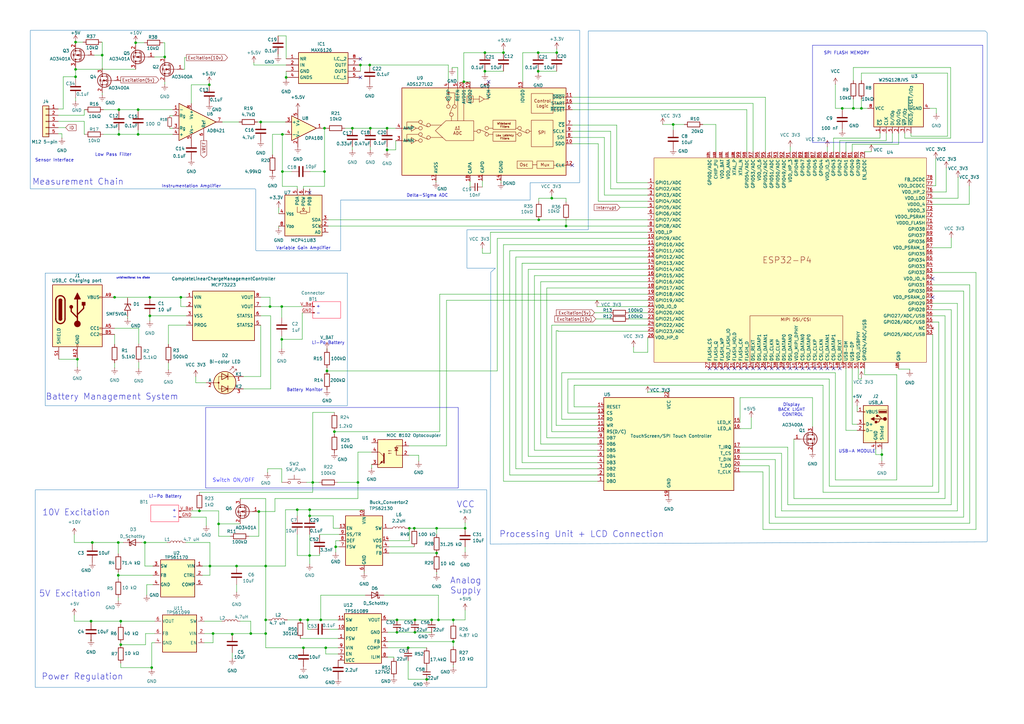
<source format=kicad_sch>
(kicad_sch
	(version 20250114)
	(generator "eeschema")
	(generator_version "9.0")
	(uuid "e09d161e-639f-4600-8aa9-665b6b461114")
	(paper "A3")
	(title_block
		(title "Mobile Force Verification Unit")
		(date "2025-11-29")
		(rev "0.6")
		(company "Innovatest")
		(comment 1 "Group 02")
	)
	
	(rectangle
		(start 14.478 200.914)
		(end 199.644 281.94)
		(stroke
			(width 0)
			(type solid)
			(color 33 122 182 1)
		)
		(fill
			(type none)
		)
		(uuid 273fe304-1525-4475-bd0c-9cb1051fc594)
	)
	(rectangle
		(start 18.542 112.014)
		(end 142.494 166.37)
		(stroke
			(width 0)
			(type solid)
			(color 33 122 182 1)
		)
		(fill
			(type none)
		)
		(uuid 86414abd-9359-41c7-87d4-c465f5d823c5)
	)
	(rectangle
		(start 84.328 167.132)
		(end 187.96 200.152)
		(stroke
			(width 0)
			(type default)
		)
		(fill
			(type none)
		)
		(uuid 9749a250-9cdc-4748-8374-8ab4f9e70617)
	)
	(rectangle
		(start 333.248 18.542)
		(end 403.098 58.42)
		(stroke
			(width 0)
			(type default)
		)
		(fill
			(type none)
		)
		(uuid 9ffe0406-eb07-483b-ac19-f5545570163f)
	)
	(text "5V Excitation\n"
		(exclude_from_sim no)
		(at 28.702 243.586 0)
		(effects
			(font
				(size 2.54 2.54)
			)
		)
		(uuid "036bb8b3-3bc7-407d-978a-9822f27e085b")
	)
	(text "10V Excitation"
		(exclude_from_sim no)
		(at 31.242 210.312 0)
		(effects
			(font
				(size 2.54 2.54)
			)
		)
		(uuid "0ac713aa-ca7b-40ee-b464-37114ae384e9")
	)
	(text "-"
		(exclude_from_sim no)
		(at 130.556 128.524 0)
		(effects
			(font
				(size 1.27 1.27)
			)
		)
		(uuid "15d383b2-40e2-43a6-91e9-602992a48048")
	)
	(text "Power Regulation"
		(exclude_from_sim no)
		(at 33.782 277.622 0)
		(effects
			(font
				(size 2.54 2.54)
			)
		)
		(uuid "1d221ea3-62cf-4601-a612-4c1e27e9fd93")
	)
	(text "Delta-Sigma ADC"
		(exclude_from_sim no)
		(at 175.26 80.264 0)
		(effects
			(font
				(size 1.27 1.27)
			)
		)
		(uuid "27ac1ba2-e464-4279-97c7-19c0a243ae72")
	)
	(text "-"
		(exclude_from_sim no)
		(at 71.628 212.09 0)
		(effects
			(font
				(size 1.27 1.27)
			)
		)
		(uuid "28574cb5-8ac2-4e39-9f34-e21c2a6f7c04")
	)
	(text "Battery Monitor"
		(exclude_from_sim no)
		(at 124.968 160.02 0)
		(effects
			(font
				(size 1.27 1.27)
			)
		)
		(uuid "30105369-ca63-4003-bccb-715b1aac7eec")
	)
	(text "Processing Unit + LCD Connection \n"
		(exclude_from_sim no)
		(at 239.522 219.202 0)
		(effects
			(font
				(size 2.54 2.54)
			)
		)
		(uuid "4ccc6668-d391-4266-a930-4c5a4fe9b4ff")
	)
	(text "SPI FLASH MEMORY\n"
		(exclude_from_sim no)
		(at 347.218 21.844 0)
		(effects
			(font
				(size 1.27 1.27)
			)
		)
		(uuid "4ffb1962-32e3-4052-8293-85f5027260b8")
	)
	(text "Analog\nSupply\n"
		(exclude_from_sim no)
		(at 191.008 240.284 0)
		(effects
			(font
				(size 2.54 2.54)
			)
		)
		(uuid "58a7c4d0-6fc2-41e9-8d37-57e26ce95581")
	)
	(text "Battery Management System"
		(exclude_from_sim no)
		(at 45.974 162.814 0)
		(effects
			(font
				(size 2.54 2.54)
			)
		)
		(uuid "59d4f498-18d3-48c8-b2ca-dc1cdd7bf438")
	)
	(text "Sensor Interface"
		(exclude_from_sim no)
		(at 22.352 65.786 0)
		(effects
			(font
				(size 1.27 1.27)
			)
		)
		(uuid "5b7040cf-eab4-4c00-bcb7-9c2f10b90e17")
	)
	(text "VCC\n"
		(exclude_from_sim no)
		(at 191.008 207.01 0)
		(effects
			(font
				(size 2.54 2.54)
			)
		)
		(uuid "6922bcb8-d56e-4b76-90f4-465ae2335f18")
	)
	(text "Variable Gain Amplifier\n"
		(exclude_from_sim no)
		(at 124.46 101.854 0)
		(effects
			(font
				(size 1.27 1.27)
			)
		)
		(uuid "79c0ed30-86be-46be-866a-5deabb630834")
	)
	(text "+"
		(exclude_from_sim no)
		(at 71.501 209.423 0)
		(effects
			(font
				(size 1.27 1.27)
			)
		)
		(uuid "7bd26f9c-560d-4835-83f1-59c354726e47")
	)
	(text "USB-A MODULE\n"
		(exclude_from_sim no)
		(at 351.536 185.166 0)
		(effects
			(font
				(size 1.27 1.27)
			)
		)
		(uuid "812693a7-2a88-4b0b-8e88-267e9ee43fbc")
	)
	(text "Instrumentation Amplifier"
		(exclude_from_sim no)
		(at 78.486 76.454 0)
		(effects
			(font
				(size 1.27 1.27)
			)
		)
		(uuid "85dcbeb5-3e48-419f-b2e3-93a4fead783d")
	)
	(text "+"
		(exclude_from_sim no)
		(at 130.556 125.73 0)
		(effects
			(font
				(size 1.27 1.27)
			)
		)
		(uuid "86b00727-8095-487a-9e68-71bdb6ea5689")
	)
	(text "unidirectional tvs diode"
		(exclude_from_sim no)
		(at 54.61 114.046 0)
		(effects
			(font
				(size 0.762 0.762)
			)
		)
		(uuid "88e1cf17-eb37-4a08-a965-322b5efa54e5")
	)
	(text "Low Pass Filter\n"
		(exclude_from_sim no)
		(at 46.482 63.5 0)
		(effects
			(font
				(size 1.27 1.27)
			)
		)
		(uuid "8d8134fa-a3c0-45d8-a9e6-8d3639088cad")
	)
	(text "Display \nBACK LIGHT \nCONTROL\n"
		(exclude_from_sim no)
		(at 325.12 168.148 0)
		(effects
			(font
				(size 1.27 1.27)
			)
		)
		(uuid "abb395c6-eb94-4b75-a055-b2a26438cc47")
	)
	(text "Li-Po Battery\n"
		(exclude_from_sim no)
		(at 67.818 203.708 0)
		(effects
			(font
				(size 1.27 1.27)
			)
		)
		(uuid "af52484d-38a7-4848-bdb9-e79c6c102318")
	)
	(text "Li-Po Battery\n"
		(exclude_from_sim no)
		(at 134.62 140.716 0)
		(effects
			(font
				(size 1.27 1.27)
			)
		)
		(uuid "b2b9d9cf-44d0-4863-afd7-a9bfc075bdf2")
	)
	(text "Measurement Chain\n"
		(exclude_from_sim no)
		(at 32.004 74.676 0)
		(effects
			(font
				(size 2.54 2.54)
			)
		)
		(uuid "d2de046f-9191-41d1-8997-ce6758081883")
	)
	(text_box ""
		(exclude_from_sim no)
		(at 61.849 213.995 0)
		(size 11.43 -6.858)
		(margins 0.9525 0.9525 0.9525 0.9525)
		(stroke
			(width 0)
			(type solid)
			(color 255 18 58 1)
		)
		(fill
			(type none)
		)
		(effects
			(font
				(size 1.27 1.27)
			)
			(justify left top)
		)
		(uuid "4576b6e5-1ddb-471c-9352-5970e744a427")
	)
	(text_box ""
		(exclude_from_sim no)
		(at 128.27 123.698 0)
		(size 11.43 6.858)
		(margins 0.9525 0.9525 0.9525 0.9525)
		(stroke
			(width 0)
			(type solid)
			(color 255 18 58 1)
		)
		(fill
			(type none)
		)
		(effects
			(font
				(size 1.27 1.27)
			)
			(justify left top)
		)
		(uuid "bfb86460-7178-46c2-932a-6477475f7255")
	)
	(junction
		(at 31.75 147.32)
		(diameter 0)
		(color 0 0 0 0)
		(uuid "013d286f-d700-4442-a0dd-df35cf00046d")
	)
	(junction
		(at 151.638 26.67)
		(diameter 0)
		(color 0 0 0 0)
		(uuid "01dda3c2-25a7-4e39-84aa-bc433b77982f")
	)
	(junction
		(at 115.824 70.358)
		(diameter 0)
		(color 0 0 0 0)
		(uuid "02cfb8f6-d261-4e77-b735-4964bf015c7e")
	)
	(junction
		(at 123.19 254.254)
		(diameter 0)
		(color 0 0 0 0)
		(uuid "02ef25a9-5f2d-4e2d-8397-ce399a4c27b2")
	)
	(junction
		(at 151.892 52.578)
		(diameter 0)
		(color 0 0 0 0)
		(uuid "061757fe-4f75-4c0c-a93c-d641295d8850")
	)
	(junction
		(at 108.966 254.254)
		(diameter 0)
		(color 0 0 0 0)
		(uuid "0c90de8c-bc1c-404f-aa29-d981b1a3fe54")
	)
	(junction
		(at 56.642 55.118)
		(diameter 0)
		(color 0 0 0 0)
		(uuid "12d20021-d1de-4cfc-8e2c-811532918556")
	)
	(junction
		(at 158.75 52.578)
		(diameter 0)
		(color 0 0 0 0)
		(uuid "12f5b656-e3e9-42e4-8fe6-4a342dcaebdf")
	)
	(junction
		(at 67.564 23.368)
		(diameter 0)
		(color 0 0 0 0)
		(uuid "13378cd8-5a73-4bcf-9c34-bb6f8f64d598")
	)
	(junction
		(at 108.966 232.156)
		(diameter 0)
		(color 0 0 0 0)
		(uuid "139865be-e342-4807-9e2e-8937bea9a8c1")
	)
	(junction
		(at 124.46 265.684)
		(diameter 0)
		(color 0 0 0 0)
		(uuid "13e18c7b-8493-4020-92be-2a7565eb82b8")
	)
	(junction
		(at 108.966 259.842)
		(diameter 0)
		(color 0 0 0 0)
		(uuid "1f4bbc0b-5aa4-44e0-85d0-aeb1f129f5ea")
	)
	(junction
		(at 48.768 44.958)
		(diameter 0)
		(color 0 0 0 0)
		(uuid "1f78ae7d-68af-44d3-8762-b66aa37dc2a8")
	)
	(junction
		(at 126.238 254.254)
		(diameter 0)
		(color 0 0 0 0)
		(uuid "20dbd844-fae3-4452-9748-9a4a4e987e07")
	)
	(junction
		(at 133.096 52.578)
		(diameter 0)
		(color 0 0 0 0)
		(uuid "21b57200-34f7-4079-9cd8-876d49404771")
	)
	(junction
		(at 162.814 259.334)
		(diameter 0)
		(color 0 0 0 0)
		(uuid "240cd9fb-8e2e-4789-9427-820779a2d47d")
	)
	(junction
		(at 37.338 254.762)
		(diameter 0)
		(color 0 0 0 0)
		(uuid "27c1bdd9-5b73-480f-9fbd-e2d84a5be03f")
	)
	(junction
		(at 167.894 216.662)
		(diameter 0)
		(color 0 0 0 0)
		(uuid "29890956-ec9e-495a-9c1a-0cfa5b249043")
	)
	(junction
		(at 46.99 121.92)
		(diameter 0)
		(color 0 0 0 0)
		(uuid "2c9003fa-0884-4dfb-8060-2f53456f8849")
	)
	(junction
		(at 121.92 209.042)
		(diameter 0)
		(color 0 0 0 0)
		(uuid "2c9bf7c6-46f3-4364-85b9-a26784fb602a")
	)
	(junction
		(at 85.852 34.798)
		(diameter 0)
		(color 0 0 0 0)
		(uuid "30bdad8a-ec4c-4b4c-9de9-752e66254d47")
	)
	(junction
		(at 115.57 125.73)
		(diameter 0)
		(color 0 0 0 0)
		(uuid "311f4222-031f-4968-9782-8d807e7f7cd8")
	)
	(junction
		(at 170.18 259.334)
		(diameter 0)
		(color 0 0 0 0)
		(uuid "33675628-472c-4144-bd3c-a9a9795f7754")
	)
	(junction
		(at 127 211.582)
		(diameter 0)
		(color 0 0 0 0)
		(uuid "337569a7-2bae-4816-a958-8833423bb9ab")
	)
	(junction
		(at 106.172 209.804)
		(diameter 0)
		(color 0 0 0 0)
		(uuid "342e83f4-282f-49a6-aaff-d13593c2a6d8")
	)
	(junction
		(at 55.626 17.526)
		(diameter 0)
		(color 0 0 0 0)
		(uuid "36b08a3e-6f90-490b-9ba0-1b5ccd12f37f")
	)
	(junction
		(at 228.346 21.59)
		(diameter 0)
		(color 0 0 0 0)
		(uuid "3a84f29e-5eb5-43bc-a6d0-dacba73997a9")
	)
	(junction
		(at 170.18 254.254)
		(diameter 0)
		(color 0 0 0 0)
		(uuid "3c1e6cdb-1b0e-40d2-91c6-6b8e2a7d8e6d")
	)
	(junction
		(at 345.44 44.45)
		(diameter 0)
		(color 0 0 0 0)
		(uuid "3ec74324-2d00-4c51-b2a4-271072ce42c9")
	)
	(junction
		(at 175.006 278.638)
		(diameter 0)
		(color 0 0 0 0)
		(uuid "4165455a-d079-4fc9-ac06-4f87024be977")
	)
	(junction
		(at 232.156 92.71)
		(diameter 0)
		(color 0 0 0 0)
		(uuid "45457b3c-2c63-4f0d-9676-75374fffe7a1")
	)
	(junction
		(at 41.91 22.606)
		(diameter 0)
		(color 0 0 0 0)
		(uuid "47009a8a-bb7b-4f1a-8aad-ded927338d61")
	)
	(junction
		(at 61.468 129.54)
		(diameter 0)
		(color 0 0 0 0)
		(uuid "480fcbbd-aae0-47c7-81ec-df014892d9de")
	)
	(junction
		(at 49.53 254.762)
		(diameter 0)
		(color 0 0 0 0)
		(uuid "49ef26a7-5e02-4bd2-87a0-47c0f3171ccb")
	)
	(junction
		(at 59.436 222.504)
		(diameter 0)
		(color 0 0 0 0)
		(uuid "4f35fcfb-557f-4a65-8558-a33303ddde9e")
	)
	(junction
		(at 30.988 17.272)
		(diameter 0)
		(color 0 0 0 0)
		(uuid "4fa4720d-a96e-45a0-b996-55e82920aa84")
	)
	(junction
		(at 56.642 44.958)
		(diameter 0)
		(color 0 0 0 0)
		(uuid "50cec5d8-d678-4a85-955e-232692819edd")
	)
	(junction
		(at 169.926 216.662)
		(diameter 0)
		(color 0 0 0 0)
		(uuid "53afef6c-c919-448c-8293-e8e910987aef")
	)
	(junction
		(at 115.57 139.192)
		(diameter 0)
		(color 0 0 0 0)
		(uuid "558b6e68-8810-4fd6-adec-a8064a717bef")
	)
	(junction
		(at 185.928 263.144)
		(diameter 0)
		(color 0 0 0 0)
		(uuid "55cf69dc-4e7e-4a38-b0f2-18f60b7b7238")
	)
	(junction
		(at 87.376 259.842)
		(diameter 0)
		(color 0 0 0 0)
		(uuid "57eb7bc2-cd80-4349-a7ae-f8ca62c5a719")
	)
	(junction
		(at 185.928 254.254)
		(diameter 0)
		(color 0 0 0 0)
		(uuid "5c379905-5e64-463f-95a3-8ed7d667c83a")
	)
	(junction
		(at 220.726 21.59)
		(diameter 0)
		(color 0 0 0 0)
		(uuid "6468bbd3-6c71-4136-aedb-7f486eb05100")
	)
	(junction
		(at 81.788 209.55)
		(diameter 0)
		(color 0 0 0 0)
		(uuid "662617ff-3c25-4c5f-98a2-bcce6193ea53")
	)
	(junction
		(at 86.106 232.156)
		(diameter 0)
		(color 0 0 0 0)
		(uuid "7589dcce-af99-4920-87ce-bcf2ca5a6127")
	)
	(junction
		(at 62.23 273.812)
		(diameter 0)
		(color 0 0 0 0)
		(uuid "77609968-bfa8-4920-a381-e84cf1a344e7")
	)
	(junction
		(at 131.572 254.254)
		(diameter 0)
		(color 0 0 0 0)
		(uuid "77d5dd27-ed06-4a9b-952a-8942750eeffc")
	)
	(junction
		(at 198.882 21.59)
		(diameter 0)
		(color 0 0 0 0)
		(uuid "790dd922-8879-4fbf-917b-bef8424b47eb")
	)
	(junction
		(at 102.87 259.842)
		(diameter 0)
		(color 0 0 0 0)
		(uuid "7beca027-8dd6-4200-aa56-a85567c52efe")
	)
	(junction
		(at 115.824 55.118)
		(diameter 0)
		(color 0 0 0 0)
		(uuid "7ddf5f19-1139-47be-bcef-07c2e8741a3a")
	)
	(junction
		(at 162.814 254.254)
		(diameter 0)
		(color 0 0 0 0)
		(uuid "83181df5-d28b-4f18-b8d7-61fb7147f5ea")
	)
	(junction
		(at 350.012 44.45)
		(diameter 0)
		(color 0 0 0 0)
		(uuid "86657bfd-9b40-43ca-ab91-632ec7781fba")
	)
	(junction
		(at 95.25 260.096)
		(diameter 0)
		(color 0 0 0 0)
		(uuid "8e12d78a-3776-4774-b73c-cc4cd8363c3c")
	)
	(junction
		(at 167.386 265.684)
		(diameter 0)
		(color 0 0 0 0)
		(uuid "8eeddcd7-a836-4fe3-bed6-ce4ea70031f3")
	)
	(junction
		(at 158.75 61.468)
		(diameter 0)
		(color 0 0 0 0)
		(uuid "8f9b70ce-ff4f-4411-8244-d6d7b9dddecf")
	)
	(junction
		(at 61.468 121.92)
		(diameter 0)
		(color 0 0 0 0)
		(uuid "91a10682-0a12-472a-b7d7-fe0e4e43f39e")
	)
	(junction
		(at 198.882 29.21)
		(diameter 0)
		(color 0 0 0 0)
		(uuid "94922c76-aefc-4a47-9c1b-4c95ddb36284")
	)
	(junction
		(at 48.514 235.966)
		(diameter 0)
		(color 0 0 0 0)
		(uuid "968c117e-041f-4ad0-b174-a8252fa7e3ff")
	)
	(junction
		(at 179.07 216.662)
		(diameter 0)
		(color 0 0 0 0)
		(uuid "997cb885-f04f-46ae-963e-474c9cf8916d")
	)
	(junction
		(at 276.098 51.054)
		(diameter 0)
		(color 0 0 0 0)
		(uuid "9a5afbf5-bf8c-40ca-a040-213f687d6255")
	)
	(junction
		(at 179.832 254.254)
		(diameter 0)
		(color 0 0 0 0)
		(uuid "a6ad5e08-1f00-494f-81fc-b190ce4799f3")
	)
	(junction
		(at 30.988 31.496)
		(diameter 0)
		(color 0 0 0 0)
		(uuid "a6d55eb3-eb5a-4dcf-8a58-7fb1f5cb8e97")
	)
	(junction
		(at 133.096 70.358)
		(diameter 0)
		(color 0 0 0 0)
		(uuid "a83d6ecd-75a7-4da8-83b4-760b732b12f6")
	)
	(junction
		(at 89.662 214.884)
		(diameter 0)
		(color 0 0 0 0)
		(uuid "abcb1858-dffc-42d5-a0af-789f42263946")
	)
	(junction
		(at 190.754 216.662)
		(diameter 0)
		(color 0 0 0 0)
		(uuid "ad474c9f-9a00-4f5f-88aa-2ac13e1c5ee5")
	)
	(junction
		(at 220.726 29.21)
		(diameter 0)
		(color 0 0 0 0)
		(uuid "aea6c815-cbe4-4c53-8777-1b4ce7944e6c")
	)
	(junction
		(at 127 209.042)
		(diameter 0)
		(color 0 0 0 0)
		(uuid "b5663e39-528c-4168-8d8b-602bdbe40033")
	)
	(junction
		(at 134.112 152.146)
		(diameter 0)
		(color 0 0 0 0)
		(uuid "b7354ec5-732f-42b9-9d1f-a61b7206cc1d")
	)
	(junction
		(at 137.668 224.282)
		(diameter 0)
		(color 0 0 0 0)
		(uuid "be1393cb-515b-4bca-9b90-0617a388566f")
	)
	(junction
		(at 353.314 44.45)
		(diameter 0)
		(color 0 0 0 0)
		(uuid "c4266fe8-4740-41f4-a18d-188730358db7")
	)
	(junction
		(at 117.348 31.75)
		(diameter 0)
		(color 0 0 0 0)
		(uuid "c589933a-31e5-4401-9267-38a8f7bdeeee")
	)
	(junction
		(at 190.246 33.528)
		(diameter 0)
		(color 0 0 0 0)
		(uuid "c6831579-8932-496a-9373-7c6836962d7c")
	)
	(junction
		(at 127 227.838)
		(diameter 0)
		(color 0 0 0 0)
		(uuid "c83fb60d-ecf6-414b-b45b-48fd97f406ac")
	)
	(junction
		(at 179.07 226.822)
		(diameter 0)
		(color 0 0 0 0)
		(uuid "c9692725-d382-47b5-9e6c-6ed6fbb3f14b")
	)
	(junction
		(at 144.526 52.578)
		(diameter 0)
		(color 0 0 0 0)
		(uuid "cb5bf085-0cc9-4747-8715-1abcd6cd7601")
	)
	(junction
		(at 137.16 177.038)
		(diameter 0)
		(color 0 0 0 0)
		(uuid "cfd0406a-70b6-426a-bc38-5455c71c3d7f")
	)
	(junction
		(at 147.828 26.67)
		(diameter 0)
		(color 0 0 0 0)
		(uuid "d268ee38-c770-46e8-9756-bb83f423cdaf")
	)
	(junction
		(at 133.604 265.684)
		(diameter 0)
		(color 0 0 0 0)
		(uuid "d2977c37-d131-4062-96ed-e25023f6bc91")
	)
	(junction
		(at 106.934 50.038)
		(diameter 0)
		(color 0 0 0 0)
		(uuid "d41464a9-6dae-4a64-a51f-8838b0a6ae7d")
	)
	(junction
		(at 206.502 21.59)
		(diameter 0)
		(color 0 0 0 0)
		(uuid "d5fba160-f073-4a40-99bf-ab64ebe302e6")
	)
	(junction
		(at 74.168 121.92)
		(diameter 0)
		(color 0 0 0 0)
		(uuid "dc30882c-fa27-4b49-8279-bd7837c7112a")
	)
	(junction
		(at 128.27 197.866)
		(diameter 0)
		(color 0 0 0 0)
		(uuid "dc644c1e-d3d2-4749-a00f-2358eff3c907")
	)
	(junction
		(at 37.846 222.504)
		(diameter 0)
		(color 0 0 0 0)
		(uuid "dcd96d05-328a-4b08-86bd-e212781dbd9b")
	)
	(junction
		(at 110.744 125.73)
		(diameter 0)
		(color 0 0 0 0)
		(uuid "e11871bc-b74c-45af-aa18-14a67001bf34")
	)
	(junction
		(at 361.696 186.436)
		(diameter 0)
		(color 0 0 0 0)
		(uuid "e37e7f50-5a69-44b5-876d-af2545162237")
	)
	(junction
		(at 97.028 232.156)
		(diameter 0)
		(color 0 0 0 0)
		(uuid "e75eece5-6b81-48e8-a004-a262668743db")
	)
	(junction
		(at 220.98 90.17)
		(diameter 0)
		(color 0 0 0 0)
		(uuid "e9c22505-5f08-46f7-82ae-07234e8f2fb1")
	)
	(junction
		(at 49.53 264.414)
		(diameter 0)
		(color 0 0 0 0)
		(uuid "ea519315-6600-44a7-8217-1b3400d5dc0b")
	)
	(junction
		(at 226.314 81.28)
		(diameter 0)
		(color 0 0 0 0)
		(uuid "f14c9323-215d-408d-838f-c57ec404efe7")
	)
	(junction
		(at 30.988 28.448)
		(diameter 0)
		(color 0 0 0 0)
		(uuid "f2c2e0c2-e4dc-42ef-bdae-bb2def7b8175")
	)
	(junction
		(at 48.768 55.118)
		(diameter 0)
		(color 0 0 0 0)
		(uuid "f3a6913e-cc74-4afc-ad31-e05c85c4f0e6")
	)
	(junction
		(at 177.038 254.254)
		(diameter 0)
		(color 0 0 0 0)
		(uuid "f49ef55e-4ea2-42de-8871-ba22a30a8bb0")
	)
	(junction
		(at 146.812 197.866)
		(diameter 0)
		(color 0 0 0 0)
		(uuid "f97f65f9-3f1f-4a1e-9917-a29424854e37")
	)
	(junction
		(at 48.514 222.504)
		(diameter 0)
		(color 0 0 0 0)
		(uuid "ff3eb2cd-2651-4e50-8ea0-8eb833db37b7")
	)
	(no_connect
		(at 341.884 151.13)
		(uuid "136a1443-2e84-4ef3-8695-a052ba01ba38")
	)
	(no_connect
		(at 324.104 151.13)
		(uuid "216beae5-4eea-488b-b6d0-e0f23fb55e59")
	)
	(no_connect
		(at 331.724 151.13)
		(uuid "21b7440c-4f10-42a4-81c1-f5538c4ac8ef")
	)
	(no_connect
		(at 344.424 151.13)
		(uuid "29ed9a5b-fa3b-41ef-bee7-7926d281f567")
	)
	(no_connect
		(at 303.784 151.13)
		(uuid "2a130af2-ed6e-4d96-91d4-6f60494c60ef")
	)
	(no_connect
		(at 308.864 151.13)
		(uuid "3bf60b23-8ead-48e8-af0f-16fc33edacfb")
	)
	(no_connect
		(at 291.084 151.13)
		(uuid "3e46594c-05b7-4c45-a986-e693e217ac96")
	)
	(no_connect
		(at 321.564 151.13)
		(uuid "40c5d146-df3d-4988-832e-2d3369858bce")
	)
	(no_connect
		(at 313.944 151.13)
		(uuid "47e24a70-4b65-4c95-998b-3e0264878b01")
	)
	(no_connect
		(at 339.344 151.13)
		(uuid "496d8d4e-8f99-4fc1-bb32-35b88f375bdb")
	)
	(no_connect
		(at 301.244 151.13)
		(uuid "4a5cc789-c937-4318-b6e4-452af1586598")
	)
	(no_connect
		(at 336.804 151.13)
		(uuid "5362e523-2251-46a8-a6e9-a3f2fb918ab3")
	)
	(no_connect
		(at 316.484 151.13)
		(uuid "57e8dc31-7453-4cc9-a34f-712921e033a4")
	)
	(no_connect
		(at 293.624 151.13)
		(uuid "603066c0-70c6-43c9-b00e-ad4080e54355")
	)
	(no_connect
		(at 147.828 31.75)
		(uuid "635ea7db-32c6-44bb-addf-47292f75c9d7")
	)
	(no_connect
		(at 200.406 33.528)
		(uuid "74ffedb7-29c3-4a64-ba91-a96a53bc2a51")
	)
	(no_connect
		(at 319.024 151.13)
		(uuid "7c7b08b8-a70c-47b8-8c3c-d3ded9d65ebb")
	)
	(no_connect
		(at 326.644 151.13)
		(uuid "80b2d6b0-dac4-46b3-8634-f8c6201a59a1")
	)
	(no_connect
		(at 127 78.994)
		(uuid "90775881-ac1b-447f-93b6-72a88df6b30f")
	)
	(no_connect
		(at 147.828 24.13)
		(uuid "a26e058b-f678-48ca-a216-584bdc42d009")
	)
	(no_connect
		(at 311.404 151.13)
		(uuid "b4a99993-ea92-48f4-943a-44f4768bf939")
	)
	(no_connect
		(at 329.184 151.13)
		(uuid "bbef41ad-2fe4-4070-ad34-d332ea9726dc")
	)
	(no_connect
		(at 296.164 151.13)
		(uuid "d8b8aa65-8195-4b79-b973-5f249633f71b")
	)
	(no_connect
		(at 234.696 67.818)
		(uuid "e4a4f8ec-3a4e-40eb-a7f2-369d9c162492")
	)
	(no_connect
		(at 306.324 151.13)
		(uuid "e72dab9e-b7bb-4a63-a30c-879ae894ba6a")
	)
	(no_connect
		(at 382.524 114.3)
		(uuid "f3c41930-c165-45b0-8bb0-f7e6a7bcfc6e")
	)
	(no_connect
		(at 334.264 151.13)
		(uuid "f8ae3993-07a6-4a4e-8972-a945673fcd64")
	)
	(no_connect
		(at 382.524 121.92)
		(uuid "f96ce935-41f8-4fa7-ba0d-57eac242082b")
	)
	(no_connect
		(at 298.704 151.13)
		(uuid "ffa22f00-0ccc-4e85-aee5-844c49f59ab3")
	)
	(wire
		(pts
			(xy 234.696 51.308) (xy 252.984 51.308)
		)
		(stroke
			(width 0)
			(type default)
		)
		(uuid "00f76f5f-836b-4610-a0ee-b07adb118e7f")
	)
	(wire
		(pts
			(xy 167.894 216.662) (xy 167.894 221.742)
		)
		(stroke
			(width 0)
			(type default)
		)
		(uuid "0145fe3b-e5d2-4ab7-a322-84ed08929215")
	)
	(wire
		(pts
			(xy 206.502 29.21) (xy 198.882 29.21)
		)
		(stroke
			(width 0)
			(type default)
		)
		(uuid "01670158-ae91-441b-8fdf-ddc797671430")
	)
	(wire
		(pts
			(xy 361.696 186.436) (xy 361.696 188.976)
		)
		(stroke
			(width 0)
			(type default)
		)
		(uuid "019bf9e8-8654-467d-98ff-9eb05314b91b")
	)
	(wire
		(pts
			(xy 127.508 258.064) (xy 126.238 258.064)
		)
		(stroke
			(width 0)
			(type default)
		)
		(uuid "02b10ebd-0c83-4cc2-8185-c75fad9280ea")
	)
	(wire
		(pts
			(xy 99.822 154.432) (xy 106.934 154.432)
		)
		(stroke
			(width 0)
			(type default)
		)
		(uuid "02d005e3-d5dd-48d5-bc1b-a0f710a1e972")
	)
	(wire
		(pts
			(xy 342.646 44.45) (xy 345.44 44.45)
		)
		(stroke
			(width 0)
			(type default)
		)
		(uuid "02e09e19-b4ed-414c-9b89-c65149a1d5d1")
	)
	(wire
		(pts
			(xy 86.106 232.156) (xy 86.106 222.504)
		)
		(stroke
			(width 0)
			(type default)
		)
		(uuid "02e8d09c-876b-45ee-aa41-66e5de6ead2f")
	)
	(wire
		(pts
			(xy 159.004 263.144) (xy 185.928 263.144)
		)
		(stroke
			(width 0)
			(type default)
		)
		(uuid "031e5465-6cfa-4f45-8961-f1a9ab8b73a3")
	)
	(wire
		(pts
			(xy 124.46 76.454) (xy 124.46 77.47)
		)
		(stroke
			(width 0)
			(type default)
		)
		(uuid "039e2cc2-dae8-4ac2-a420-92371bb4f286")
	)
	(wire
		(pts
			(xy 102.87 259.842) (xy 95.25 259.842)
		)
		(stroke
			(width 0)
			(type default)
		)
		(uuid "0467f5fa-27d7-45dd-99a8-c4c956cbe014")
	)
	(wire
		(pts
			(xy 350.012 44.45) (xy 353.314 44.45)
		)
		(stroke
			(width 0)
			(type default)
		)
		(uuid "049e2530-1d89-4c8f-9e12-3991dfa41c96")
	)
	(wire
		(pts
			(xy 306.324 44.958) (xy 306.324 62.23)
		)
		(stroke
			(width 0)
			(type default)
		)
		(uuid "04dbdffc-ef3d-42dd-9873-e54696a687d7")
	)
	(wire
		(pts
			(xy 167.894 216.662) (xy 169.926 216.662)
		)
		(stroke
			(width 0)
			(type default)
		)
		(uuid "050b85bc-9658-461f-9e04-912ec4fd9968")
	)
	(wire
		(pts
			(xy 382.524 78.74) (xy 388.112 78.74)
		)
		(stroke
			(width 0)
			(type default)
		)
		(uuid "0519c977-b775-4eda-9e09-4bcb5165a8d5")
	)
	(wire
		(pts
			(xy 354.584 153.67) (xy 367.792 153.67)
		)
		(stroke
			(width 0)
			(type default)
		)
		(uuid "06363c44-926c-48f2-929e-034be59bbaf3")
	)
	(wire
		(pts
			(xy 59.69 264.414) (xy 59.69 259.842)
		)
		(stroke
			(width 0)
			(type default)
		)
		(uuid "06475680-2889-4b9c-b042-5fd59898c043")
	)
	(wire
		(pts
			(xy 381.254 44.45) (xy 384.048 44.45)
		)
		(stroke
			(width 0)
			(type default)
		)
		(uuid "06cbdc68-2fc4-4d10-a057-a88ec2091c0e")
	)
	(wire
		(pts
			(xy 234.696 53.848) (xy 250.444 53.848)
		)
		(stroke
			(width 0)
			(type default)
		)
		(uuid "06ebe2b7-9516-4a61-9ee7-d936ccb36f6a")
	)
	(wire
		(pts
			(xy 224.282 118.11) (xy 265.684 118.11)
		)
		(stroke
			(width 0)
			(type default)
		)
		(uuid "070463cb-e04c-4722-a10d-c7cc11c4cc92")
	)
	(wire
		(pts
			(xy 131.064 219.456) (xy 131.064 219.202)
		)
		(stroke
			(width 0)
			(type default)
		)
		(uuid "073cd7d6-9462-4bb4-93de-753b25f1ac9c")
	)
	(wire
		(pts
			(xy 48.768 53.34) (xy 48.768 55.118)
		)
		(stroke
			(width 0)
			(type default)
		)
		(uuid "074b85d6-64f0-44ce-979e-9fccd027faca")
	)
	(wire
		(pts
			(xy 115.824 55.118) (xy 115.824 70.358)
		)
		(stroke
			(width 0)
			(type default)
		)
		(uuid "07a03ac9-2eb6-4cd0-8ede-1dbac6db90d9")
	)
	(wire
		(pts
			(xy 127 219.202) (xy 127 227.838)
		)
		(stroke
			(width 0)
			(type default)
		)
		(uuid "09123523-fc14-460a-baf6-8840db31f4b7")
	)
	(wire
		(pts
			(xy 46.99 137.16) (xy 46.99 141.224)
		)
		(stroke
			(width 0)
			(type default)
		)
		(uuid "093e6ef3-45f0-4237-a5e0-b8f595cf3e7b")
	)
	(wire
		(pts
			(xy 106.934 121.92) (xy 110.744 121.92)
		)
		(stroke
			(width 0)
			(type default)
		)
		(uuid "097abf07-ce86-4222-9140-d1615bda49e5")
	)
	(wire
		(pts
			(xy 349.504 151.13) (xy 349.504 173.99)
		)
		(stroke
			(width 0)
			(type default)
		)
		(uuid "09a4e52e-8be1-4885-803a-2dd37e6eb823")
	)
	(wire
		(pts
			(xy 235.458 166.878) (xy 235.458 157.988)
		)
		(stroke
			(width 0)
			(type default)
		)
		(uuid "0a39aaca-b247-4138-a642-f7823361076c")
	)
	(wire
		(pts
			(xy 232.156 92.71) (xy 265.684 92.71)
		)
		(stroke
			(width 0)
			(type default)
		)
		(uuid "0a96242b-d89a-4797-afba-ea0fe27a6dfe")
	)
	(wire
		(pts
			(xy 106.934 50.038) (xy 117.094 50.038)
		)
		(stroke
			(width 0)
			(type default)
		)
		(uuid "0ad7dddb-0679-4bd2-809b-d79b6a1d5215")
	)
	(wire
		(pts
			(xy 41.91 22.606) (xy 41.91 27.94)
		)
		(stroke
			(width 0)
			(type default)
		)
		(uuid "0adb2ac8-3de1-4bb3-b421-8d83b28cac6a")
	)
	(wire
		(pts
			(xy 94.996 259.842) (xy 87.376 259.842)
		)
		(stroke
			(width 0)
			(type default)
		)
		(uuid "0b1f069d-3346-40d7-85b8-74fae1aded2c")
	)
	(wire
		(pts
			(xy 203.962 152.146) (xy 203.962 97.79)
		)
		(stroke
			(width 0)
			(type default)
		)
		(uuid "0b2cfd35-ff41-4eb6-8a1a-8cb837508e9a")
	)
	(wire
		(pts
			(xy 159.512 224.282) (xy 169.926 224.282)
		)
		(stroke
			(width 0)
			(type default)
		)
		(uuid "0b6c761b-85c7-40bc-83b8-f4a30ef64501")
	)
	(wire
		(pts
			(xy 167.386 216.662) (xy 167.894 216.662)
		)
		(stroke
			(width 0)
			(type default)
		)
		(uuid "0bfc373c-244d-451d-90d5-993faf885ef6")
	)
	(wire
		(pts
			(xy 167.386 265.684) (xy 167.386 265.938)
		)
		(stroke
			(width 0)
			(type default)
		)
		(uuid "0c35d157-755e-45e7-8d36-fd105b9371d5")
	)
	(wire
		(pts
			(xy 114.3 92.71) (xy 114.3 93.472)
		)
		(stroke
			(width 0)
			(type default)
		)
		(uuid "0c4ffb0a-051e-4afa-b418-553ef574f53d")
	)
	(wire
		(pts
			(xy 344.424 57.658) (xy 363.474 57.658)
		)
		(stroke
			(width 0)
			(type default)
		)
		(uuid "0c588318-43f1-4b74-ab16-f94608cffe1d")
	)
	(wire
		(pts
			(xy 351.536 168.91) (xy 351.536 166.37)
		)
		(stroke
			(width 0)
			(type default)
		)
		(uuid "0d420b96-09d3-422f-93c4-7aec5b671fe5")
	)
	(wire
		(
... [323512 chars truncated]
</source>
